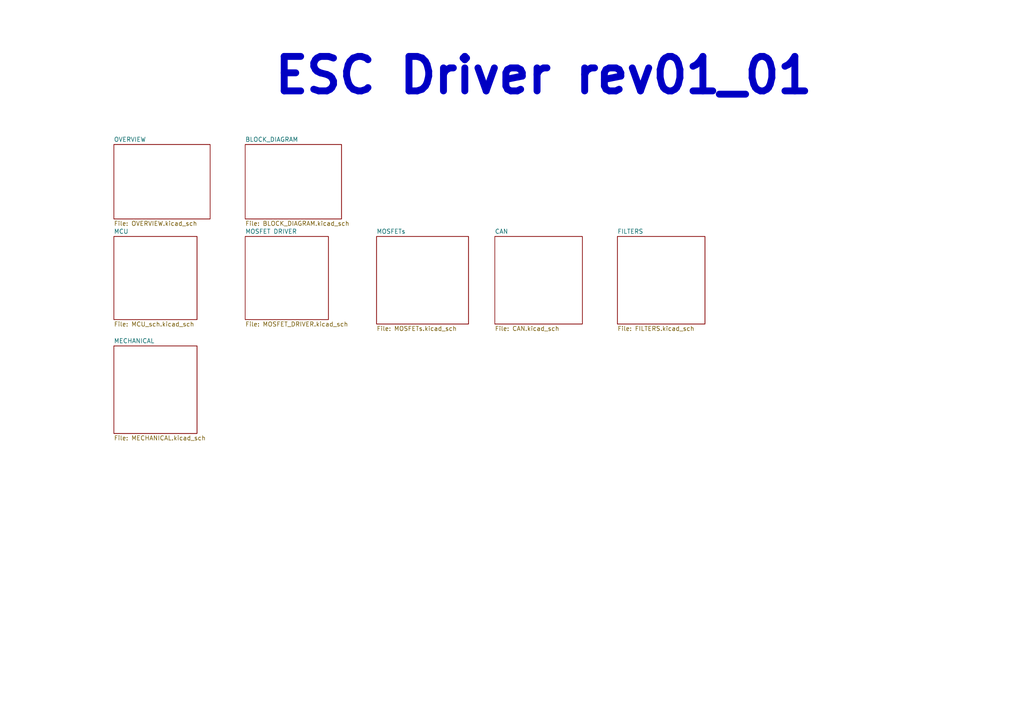
<source format=kicad_sch>
(kicad_sch (version 20230121) (generator eeschema)
  (paper "A4")
  (title_block (title "ESC Driver") (date "2024-02-18") (rev "rev01") (company "My own :)") (comment 1 "tomek.elektronika30@gmail.com") (comment 2 "none") (comment 3 "Tomasz Piskor"))
  (lib_symbols)
  (text "ESC Driver rev01_01" (at 78.74 27.94 0) (effects (font (size 10 10) (thickness 2) bold) (justify left bottom)))
  (sheet (at 109.22 68.58) (size 26.67 25.4) (stroke (width 0.1524))
    (property "Sheetname" "MOSFETs" (at 109.22 67.8684 0) (effects (justify left bottom)))
    (property "Sheetfile" "MOSFETs.kicad_sch" (at 109.22 94.5646 0) (effects (justify left top)))
  )
  (sheet (at 71.12 41.91) (size 27.94 21.59) (stroke (width 0.1524))
    (property "Sheetname" "BLOCK_DIAGRAM" (at 71.12 41.1984 0) (effects (justify left bottom)))
    (property "Sheetfile" "BLOCK_DIAGRAM.kicad_sch" (at 71.12 64.0846 0) (effects (justify left top)))
  )
  (sheet (at 33.02 41.91) (size 27.94 21.59) (stroke (width 0.1524))
    (property "Sheetname" "OVERVIEW" (at 33.02 41.1984 0) (effects (justify left bottom)))
    (property "Sheetfile" "OVERVIEW.kicad_sch" (at 33.02 64.0846 0) (effects (justify left top)))
  )
  (sheet (at 33.02 68.58) (size 24.13 24.13) (stroke (width 0.1524))
    (property "Sheetname" "MCU" (at 33.02 67.8684 0) (effects (justify left bottom)))
    (property "Sheetfile" "MCU_sch.kicad_sch" (at 33.02 93.2946 0) (effects (justify left top)))
  )
  (sheet (at 33.02 100.33) (size 24.13 25.4) (stroke (width 0.1524))
    (property "Sheetname" "MECHANICAL" (at 33.02 99.6184 0) (effects (justify left bottom)))
    (property "Sheetfile" "MECHANICAL.kicad_sch" (at 33.02 126.3146 0) (effects (justify left top)))
  )
  (sheet (at 143.51 68.58) (size 25.4 25.4) (stroke (width 0.1524))
    (property "Sheetname" "CAN" (at 143.51 67.8684 0) (effects (justify left bottom)))
    (property "Sheetfile" "CAN.kicad_sch" (at 143.51 94.5646 0) (effects (justify left top)))
  )
  (sheet (at 179.07 68.58) (size 25.4 25.4) (stroke (width 0.1524))
    (property "Sheetname" "FILTERS" (at 179.07 67.8684 0) (effects (justify left bottom)))
    (property "Sheetfile" "FILTERS.kicad_sch" (at 179.07 94.5646 0) (effects (justify left top)))
  )
  (sheet (at 71.12 68.58) (size 24.13 24.13) (stroke (width 0.1524))
    (property "Sheetname" "MOSFET DRIVER" (at 71.12 67.8684 0) (effects (justify left bottom)))
    (property "Sheetfile" "MOSFET_DRIVER.kicad_sch" (at 71.12 93.2946 0) (effects (justify left top)))
  )
)
</source>
